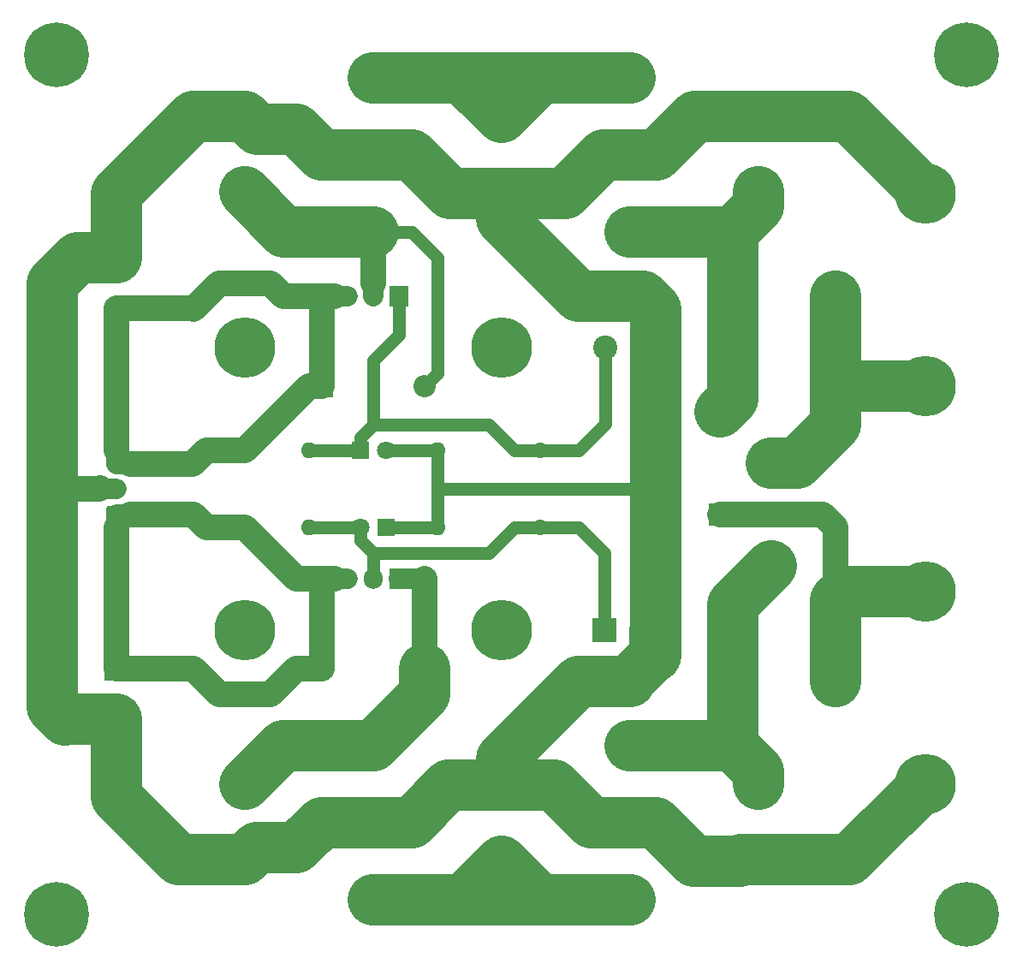
<source format=gtl>
G04 #@! TF.GenerationSoftware,KiCad,Pcbnew,5.1.5+dfsg1-2build2*
G04 #@! TF.CreationDate,2021-10-31T22:16:51+01:00*
G04 #@! TF.ProjectId,power_square,706f7765-725f-4737-9175-6172652e6b69,rev?*
G04 #@! TF.SameCoordinates,Original*
G04 #@! TF.FileFunction,Copper,L1,Top*
G04 #@! TF.FilePolarity,Positive*
%FSLAX46Y46*%
G04 Gerber Fmt 4.6, Leading zero omitted, Abs format (unit mm)*
G04 Created by KiCad (PCBNEW 5.1.5+dfsg1-2build2) date 2021-10-31 22:16:51*
%MOMM*%
%LPD*%
G04 APERTURE LIST*
%ADD10C,1.998980*%
%ADD11C,5.999480*%
%ADD12C,6.000000*%
%ADD13C,2.400000*%
%ADD14R,2.400000X2.400000*%
%ADD15R,2.200000X2.200000*%
%ADD16O,2.200000X2.200000*%
%ADD17R,1.800000X1.800000*%
%ADD18C,1.800000*%
%ADD19R,1.905000X2.000000*%
%ADD20O,1.905000X2.000000*%
%ADD21C,1.600000*%
%ADD22O,1.600000X1.600000*%
%ADD23O,1.950000X1.700000*%
%ADD24C,0.100000*%
%ADD25O,2.400000X2.400000*%
%ADD26C,6.400000*%
%ADD27C,0.800000*%
%ADD28C,2.540000*%
%ADD29C,5.080000*%
%ADD30C,1.270000*%
%ADD31C,2.000000*%
G04 APERTURE END LIST*
D10*
X135890000Y-113030000D03*
X130810000Y-113030000D03*
X130810000Y-92710000D03*
X135890000Y-92710000D03*
D11*
X215900000Y-113030000D03*
X215900000Y-132080000D03*
X215900000Y-73660000D03*
X215900000Y-92710000D03*
D12*
X148590000Y-116840000D03*
X173990000Y-116840000D03*
D13*
X189150000Y-116840000D03*
D14*
X184150000Y-116840000D03*
X173990000Y-73660000D03*
D13*
X173990000Y-66160000D03*
X173990000Y-132200000D03*
D14*
X173990000Y-139700000D03*
D13*
X199390000Y-73540000D03*
D14*
X199390000Y-66040000D03*
X199390000Y-132080000D03*
D13*
X199390000Y-139580000D03*
X207010000Y-91440000D03*
X207010000Y-113940000D03*
D14*
X135890000Y-80010000D03*
D13*
X135890000Y-85010000D03*
D15*
X200660000Y-110490000D03*
D16*
X200660000Y-100330000D03*
D15*
X207010000Y-83820000D03*
D16*
X196850000Y-83820000D03*
X195580000Y-95250000D03*
D15*
X195580000Y-105410000D03*
D16*
X207010000Y-121920000D03*
D15*
X196850000Y-121920000D03*
D17*
X162560000Y-106680000D03*
D18*
X160020000Y-106680000D03*
X162560000Y-99060000D03*
D17*
X160020000Y-99060000D03*
D16*
X156210000Y-120650000D03*
D15*
X166370000Y-120650000D03*
X156210000Y-92710000D03*
D16*
X166370000Y-92710000D03*
D19*
X163830000Y-83820000D03*
D20*
X161290000Y-83820000D03*
X158750000Y-83820000D03*
D19*
X163830000Y-111760000D03*
D20*
X161290000Y-111760000D03*
X158750000Y-111760000D03*
D21*
X177800000Y-106680000D03*
D22*
X167640000Y-106680000D03*
X154940000Y-106680000D03*
D21*
X144780000Y-106680000D03*
D22*
X167640000Y-99060000D03*
D21*
X177800000Y-99060000D03*
X144780000Y-99060000D03*
D22*
X154940000Y-99060000D03*
D14*
X135890000Y-120650000D03*
D13*
X135890000Y-125650000D03*
D23*
X135890000Y-100410000D03*
X135890000Y-102910000D03*
G04 #@! TA.AperFunction,ComponentPad*
D24*
G36*
X136639504Y-104561204D02*
G01*
X136663773Y-104564804D01*
X136687571Y-104570765D01*
X136710671Y-104579030D01*
X136732849Y-104589520D01*
X136753893Y-104602133D01*
X136773598Y-104616747D01*
X136791777Y-104633223D01*
X136808253Y-104651402D01*
X136822867Y-104671107D01*
X136835480Y-104692151D01*
X136845970Y-104714329D01*
X136854235Y-104737429D01*
X136860196Y-104761227D01*
X136863796Y-104785496D01*
X136865000Y-104810000D01*
X136865000Y-106010000D01*
X136863796Y-106034504D01*
X136860196Y-106058773D01*
X136854235Y-106082571D01*
X136845970Y-106105671D01*
X136835480Y-106127849D01*
X136822867Y-106148893D01*
X136808253Y-106168598D01*
X136791777Y-106186777D01*
X136773598Y-106203253D01*
X136753893Y-106217867D01*
X136732849Y-106230480D01*
X136710671Y-106240970D01*
X136687571Y-106249235D01*
X136663773Y-106255196D01*
X136639504Y-106258796D01*
X136615000Y-106260000D01*
X135165000Y-106260000D01*
X135140496Y-106258796D01*
X135116227Y-106255196D01*
X135092429Y-106249235D01*
X135069329Y-106240970D01*
X135047151Y-106230480D01*
X135026107Y-106217867D01*
X135006402Y-106203253D01*
X134988223Y-106186777D01*
X134971747Y-106168598D01*
X134957133Y-106148893D01*
X134944520Y-106127849D01*
X134934030Y-106105671D01*
X134925765Y-106082571D01*
X134919804Y-106058773D01*
X134916204Y-106034504D01*
X134915000Y-106010000D01*
X134915000Y-104810000D01*
X134916204Y-104785496D01*
X134919804Y-104761227D01*
X134925765Y-104737429D01*
X134934030Y-104714329D01*
X134944520Y-104692151D01*
X134957133Y-104671107D01*
X134971747Y-104651402D01*
X134988223Y-104633223D01*
X135006402Y-104616747D01*
X135026107Y-104602133D01*
X135047151Y-104589520D01*
X135069329Y-104579030D01*
X135092429Y-104570765D01*
X135116227Y-104564804D01*
X135140496Y-104561204D01*
X135165000Y-104560000D01*
X136615000Y-104560000D01*
X136639504Y-104561204D01*
G37*
G04 #@! TD.AperFunction*
D14*
X148590000Y-66040000D03*
D13*
X148590000Y-73540000D03*
D25*
X161290000Y-128270000D03*
D13*
X161290000Y-143510000D03*
D25*
X186690000Y-143510000D03*
D13*
X186690000Y-128270000D03*
D14*
X148590000Y-132080000D03*
D13*
X148590000Y-139580000D03*
D25*
X186690000Y-62230000D03*
D13*
X186690000Y-77470000D03*
D25*
X161290000Y-77470000D03*
D13*
X161290000Y-62230000D03*
D12*
X173990000Y-88900000D03*
X148590000Y-88900000D03*
D13*
X184230000Y-88900000D03*
D14*
X189230000Y-88900000D03*
D26*
X130000000Y-60000000D03*
D27*
X132400000Y-60000000D03*
X131697056Y-61697056D03*
X130000000Y-62400000D03*
X128302944Y-61697056D03*
X127600000Y-60000000D03*
X128302944Y-58302944D03*
X130000000Y-57600000D03*
X131697056Y-58302944D03*
X131697056Y-143302944D03*
X130000000Y-142600000D03*
X128302944Y-143302944D03*
X127600000Y-145000000D03*
X128302944Y-146697056D03*
X130000000Y-147400000D03*
X131697056Y-146697056D03*
X132400000Y-145000000D03*
D26*
X130000000Y-145000000D03*
X220000000Y-145000000D03*
D27*
X222400000Y-145000000D03*
X221697056Y-146697056D03*
X220000000Y-147400000D03*
X218302944Y-146697056D03*
X217600000Y-145000000D03*
X218302944Y-143302944D03*
X220000000Y-142600000D03*
X221697056Y-143302944D03*
X221697056Y-58302944D03*
X220000000Y-57600000D03*
X218302944Y-58302944D03*
X217600000Y-60000000D03*
X218302944Y-61697056D03*
X220000000Y-62400000D03*
X221697056Y-61697056D03*
X222400000Y-60000000D03*
D26*
X220000000Y-60000000D03*
D28*
X134248272Y-102870000D02*
X134269529Y-102848743D01*
D29*
X187960000Y-83820000D02*
X181610000Y-83820000D01*
X189230000Y-116760000D02*
X189230000Y-119380000D01*
X173990000Y-129540000D02*
X181610000Y-121920000D01*
X181610000Y-121920000D02*
X186690000Y-121920000D01*
X189300000Y-69850000D02*
X193110000Y-66040000D01*
X186690000Y-121920000D02*
X186690000Y-121760000D01*
X189150000Y-116840000D02*
X189150000Y-119300000D01*
X186690000Y-121760000D02*
X189150000Y-119300000D01*
X189230000Y-88900000D02*
X189230000Y-85090000D01*
X189230000Y-85090000D02*
X187960000Y-83820000D01*
X165100000Y-69850000D02*
X168910000Y-73660000D01*
X168910000Y-73660000D02*
X173990000Y-73660000D01*
X135890000Y-73660000D02*
X135890000Y-80010000D01*
X143510000Y-66040000D02*
X135890000Y-73660000D01*
X148590000Y-66040000D02*
X143510000Y-66040000D01*
X135890000Y-133350000D02*
X135890000Y-125650000D01*
X142120000Y-139580000D02*
X135890000Y-133350000D01*
X148590000Y-139580000D02*
X142120000Y-139580000D01*
X173990000Y-129540000D02*
X173990000Y-132200000D01*
D30*
X167640000Y-99060000D02*
X162560000Y-99060000D01*
X162560000Y-106680000D02*
X167640000Y-106680000D01*
D29*
X180270000Y-73660000D02*
X184080000Y-69850000D01*
X173990000Y-73660000D02*
X180270000Y-73660000D01*
X197692944Y-139580000D02*
X197572944Y-139700000D01*
X199390000Y-139580000D02*
X197692944Y-139580000D01*
X197572944Y-139700000D02*
X193040000Y-139700000D01*
X193040000Y-139700000D02*
X189230000Y-135890000D01*
X189230000Y-135890000D02*
X182880000Y-135890000D01*
X179190000Y-132200000D02*
X173990000Y-132200000D01*
X182880000Y-135890000D02*
X179190000Y-132200000D01*
X208400000Y-139580000D02*
X215900000Y-132080000D01*
X199390000Y-139580000D02*
X208400000Y-139580000D01*
X208280000Y-66040000D02*
X215900000Y-73660000D01*
X199390000Y-66040000D02*
X208280000Y-66040000D01*
D30*
X167640000Y-102870000D02*
X189230000Y-102870000D01*
D29*
X189230000Y-102870000D02*
X189230000Y-116760000D01*
X189230000Y-88900000D02*
X189230000Y-102870000D01*
D30*
X167640000Y-99060000D02*
X167640000Y-102870000D01*
X167640000Y-102870000D02*
X167640000Y-106680000D01*
D29*
X130890000Y-125650000D02*
X135890000Y-125650000D01*
X130810000Y-125730000D02*
X130890000Y-125650000D01*
X129540000Y-124460000D02*
X130810000Y-125730000D01*
X132080000Y-80010000D02*
X129540000Y-82550000D01*
X135890000Y-80010000D02*
X132080000Y-80010000D01*
D28*
X129540000Y-102870000D02*
X129580000Y-102910000D01*
D29*
X129540000Y-82550000D02*
X129540000Y-102870000D01*
X129540000Y-102870000D02*
X129540000Y-124460000D01*
X184080000Y-69850000D02*
X189300000Y-69850000D01*
D28*
X129540000Y-102870000D02*
X134248272Y-102870000D01*
D29*
X189150000Y-119300000D02*
X189230000Y-119380000D01*
X149860000Y-67310000D02*
X153670000Y-67310000D01*
X153719999Y-138380001D02*
X156210000Y-135890000D01*
X181610000Y-83820000D02*
X173990000Y-76200000D01*
X148590000Y-66040000D02*
X149860000Y-67310000D01*
X149789999Y-138380001D02*
X153719999Y-138380001D01*
X168790000Y-132200000D02*
X173990000Y-132200000D01*
X165100000Y-135890000D02*
X168790000Y-132200000D01*
X148590000Y-139580000D02*
X149789999Y-138380001D01*
X156210000Y-135890000D02*
X165100000Y-135890000D01*
X156210000Y-69850000D02*
X165100000Y-69850000D01*
X173990000Y-76200000D02*
X173990000Y-73660000D01*
X153670000Y-67310000D02*
X156210000Y-69850000D01*
X193110000Y-66040000D02*
X199390000Y-66040000D01*
D31*
X134288272Y-102910000D02*
X134248272Y-102870000D01*
X135890000Y-102910000D02*
X134288272Y-102910000D01*
D29*
X148590000Y-132080000D02*
X152400000Y-128270000D01*
X152400000Y-128270000D02*
X161290000Y-128270000D01*
X161290000Y-128270000D02*
X166370000Y-123190000D01*
X166370000Y-123190000D02*
X166370000Y-120650000D01*
D31*
X166370000Y-111760000D02*
X163830000Y-111760000D01*
D28*
X166370000Y-111760000D02*
X166370000Y-120650000D01*
D30*
X160020000Y-99060000D02*
X154940000Y-99060000D01*
X160020000Y-97790000D02*
X160020000Y-99060000D01*
X161290000Y-96520000D02*
X160020000Y-97790000D01*
X172720000Y-96520000D02*
X161290000Y-96520000D01*
X172720000Y-96520000D02*
X175260000Y-99060000D01*
X175260000Y-99060000D02*
X177800000Y-99060000D01*
X184230000Y-92630000D02*
X184230000Y-88900000D01*
X184230000Y-96440000D02*
X184230000Y-92630000D01*
X181610000Y-99060000D02*
X184230000Y-96440000D01*
X177800000Y-99060000D02*
X181610000Y-99060000D01*
X163830000Y-83820000D02*
X163830000Y-87630000D01*
X163830000Y-87630000D02*
X161290000Y-90170000D01*
X161290000Y-90170000D02*
X161290000Y-96520000D01*
D31*
X157480000Y-111760000D02*
X158750000Y-111760000D01*
D28*
X144780000Y-106680000D02*
X148590000Y-106680000D01*
X148590000Y-106680000D02*
X153670000Y-111760000D01*
X156210000Y-120650000D02*
X156210000Y-111760000D01*
X153670000Y-111760000D02*
X156210000Y-111760000D01*
X143510000Y-105410000D02*
X144780000Y-106680000D01*
X143510000Y-105410000D02*
X137264959Y-105410000D01*
X135890000Y-120650000D02*
X143510000Y-120650000D01*
X143510000Y-120650000D02*
X146050000Y-123190000D01*
X146050000Y-123190000D02*
X151130000Y-123190000D01*
X151130000Y-123190000D02*
X153670000Y-120650000D01*
X153670000Y-120650000D02*
X156210000Y-120650000D01*
D31*
X137264959Y-105410000D02*
X135890000Y-105410000D01*
D28*
X135890000Y-120650000D02*
X135890000Y-106680000D01*
D31*
X135890000Y-105410000D02*
X135890000Y-106680000D01*
D28*
X156210000Y-111760000D02*
X157480000Y-111760000D01*
D30*
X154940000Y-106680000D02*
X160020000Y-106680000D01*
X161290000Y-110490000D02*
X161290000Y-111760000D01*
X160020000Y-106680000D02*
X160020000Y-107950000D01*
X160020000Y-107950000D02*
X161290000Y-109220000D01*
X161290000Y-109220000D02*
X161290000Y-110490000D01*
X162560000Y-109220000D02*
X161290000Y-109220000D01*
X172720000Y-109220000D02*
X162560000Y-109220000D01*
X181610000Y-106680000D02*
X177800000Y-106680000D01*
X184150000Y-109220000D02*
X181610000Y-106680000D01*
X184150000Y-116840000D02*
X184150000Y-109220000D01*
X177800000Y-106680000D02*
X175260000Y-106680000D01*
X175260000Y-106680000D02*
X172720000Y-109220000D01*
D28*
X161290000Y-77470000D02*
X161290000Y-82550000D01*
D29*
X152520000Y-77470000D02*
X161290000Y-77470000D01*
X148590000Y-73540000D02*
X152520000Y-77470000D01*
D30*
X167640000Y-80010000D02*
X165100000Y-77470000D01*
X165100000Y-77470000D02*
X161290000Y-77470000D01*
X167640000Y-91440000D02*
X167640000Y-80010000D01*
X166370000Y-92710000D02*
X167640000Y-91440000D01*
D31*
X161290000Y-82550000D02*
X161290000Y-83820000D01*
D29*
X177920000Y-62230000D02*
X173990000Y-66160000D01*
X186690000Y-62230000D02*
X177920000Y-62230000D01*
X170060000Y-62230000D02*
X173990000Y-66160000D01*
X161290000Y-62230000D02*
X170060000Y-62230000D01*
X161290000Y-62230000D02*
X186690000Y-62230000D01*
X177800000Y-143510000D02*
X173990000Y-139700000D01*
X186690000Y-143510000D02*
X177800000Y-143510000D01*
X170180000Y-143510000D02*
X173990000Y-139700000D01*
X161290000Y-143510000D02*
X170180000Y-143510000D01*
X161290000Y-143510000D02*
X186690000Y-143510000D01*
X186690000Y-77470000D02*
X196850000Y-77470000D01*
X196850000Y-77470000D02*
X199390000Y-74930000D01*
X199390000Y-74930000D02*
X199390000Y-73540000D01*
X196850000Y-83820000D02*
X196850000Y-77470000D01*
X195580000Y-95250000D02*
X196850000Y-93980000D01*
X196850000Y-93980000D02*
X196850000Y-83820000D01*
X186690000Y-128270000D02*
X196850000Y-128270000D01*
X196850000Y-128270000D02*
X199390000Y-130810000D01*
X199390000Y-130810000D02*
X199390000Y-132080000D01*
X196850000Y-114300000D02*
X200660000Y-110490000D01*
X196850000Y-121920000D02*
X196850000Y-114300000D01*
X196850000Y-121920000D02*
X196850000Y-128270000D01*
X207010000Y-83820000D02*
X207010000Y-91440000D01*
X200660000Y-100330000D02*
X203200000Y-100330000D01*
X207010000Y-96520000D02*
X207010000Y-91440000D01*
X203200000Y-100330000D02*
X207010000Y-96520000D01*
X208280000Y-92710000D02*
X207010000Y-91440000D01*
X215900000Y-92710000D02*
X208280000Y-92710000D01*
X215900000Y-113030000D02*
X207920000Y-113030000D01*
X207010000Y-113940000D02*
X207010000Y-121920000D01*
D28*
X195580000Y-105410000D02*
X205740000Y-105410000D01*
X207010000Y-106680000D02*
X207010000Y-113940000D01*
X205740000Y-105410000D02*
X207010000Y-106680000D01*
D29*
X207920000Y-113030000D02*
X207010000Y-113940000D01*
D31*
X135890000Y-100410000D02*
X137264959Y-100410000D01*
D28*
X148590000Y-99060000D02*
X154940000Y-92710000D01*
X154940000Y-92710000D02*
X156210000Y-92710000D01*
X143430000Y-100410000D02*
X144780000Y-99060000D01*
X144780000Y-99060000D02*
X148590000Y-99060000D01*
X143430000Y-100410000D02*
X137264959Y-100410000D01*
X143510000Y-85090000D02*
X143430000Y-85010000D01*
X143430000Y-85010000D02*
X135890000Y-85010000D01*
X146050000Y-82550000D02*
X143510000Y-85090000D01*
X151130000Y-82550000D02*
X146050000Y-82550000D01*
X152400000Y-83820000D02*
X151130000Y-82550000D01*
X156210000Y-92710000D02*
X156210000Y-83820000D01*
X156210000Y-83820000D02*
X152400000Y-83820000D01*
X135890000Y-85010000D02*
X135890000Y-99060000D01*
X157480000Y-83820000D02*
X156210000Y-83820000D01*
D31*
X157480000Y-83820000D02*
X158750000Y-83820000D01*
X135890000Y-99060000D02*
X135890000Y-100410000D01*
M02*

</source>
